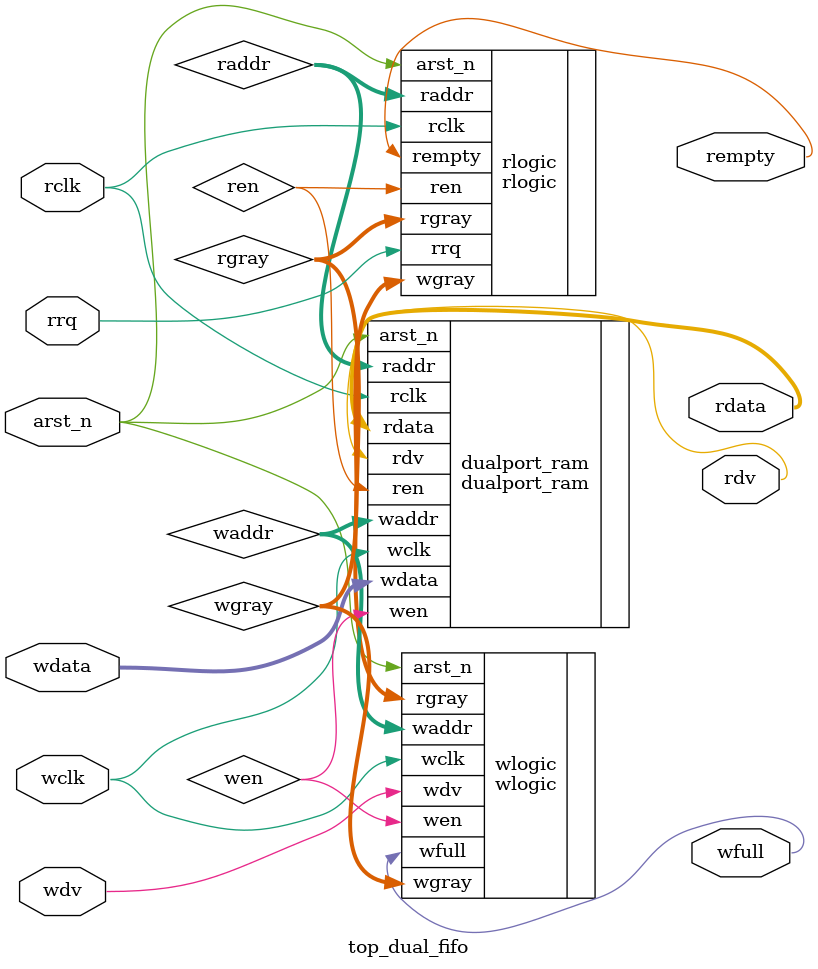
<source format=v>
module top_dual_fifo # ( parameter AWIDTH = 3, parameter DWIDTH = 16 )
    (
        input                   arst_n, // asynchronous reset

        input                   wclk,   // writing circuit's clock
        input                   wdv,    // data valid signal. Writing circuit must assert this signa to have the data registered
        input   [DWIDTH-1:0]    wdata,  // data to be written by the writing circuit
        output                  wfull,  // FIFO full indicator for the writing circuit

        input                   rclk,   // reading circuit's clock
        input                   rrq,    // data request signal. Reading circuit must assert this to indicate that it can accept the data on the data bus
        output  [DWIDTH-1:0]    rdata,  // data to be read by the reading circuit
        output                  rempty, // FIFO empty indicator for the reading circuit
        output                  rdv     // data valid signal. Reading circuit can safely register the data on the data bus
    );


    // internal nets
    wire [AWIDTH:0]     rgray;
    wire [AWIDTH:0]     wgray;
    wire [AWIDTH-1:0]   waddr;
    wire [AWIDTH-1:0]   raddr;
    wire                wen;
    wire                ren;


    // Write logic
    wlogic  #( .AWIDTH(AWIDTH) ) wlogic
                                        (
                                            .wclk       (wclk   ),
                                            .arst_n     (arst_n ),
                                            .wdv        (wdv    ),
                                            .rgray      (rgray  ),
                                            .wgray      (wgray  ),
                                            .waddr      (waddr  ),
                                            .wfull      (wfull  ),
                                            .wen        (wen    )
                                        );

    // Read logic
    rlogic  #( .AWIDTH(AWIDTH) ) rlogic
                                        (
                                            .rclk       (rclk   ),
                                            .arst_n     (arst_n ),
                                            .rrq        (rrq    ),
                                            .wgray      (wgray  ),
                                            .rgray      (rgray  ),
                                            .raddr      (raddr  ),
                                            .rempty     (rempty ),
                                            .ren        (ren    )
                                        );


    // Dual-port block RAM for FIFO buffer
    dualport_ram  #( .AWIDTH(AWIDTH), .DWIDTH(DWIDTH) ) dualport_ram
                                                                    (
                                                                        .arst_n  (arst_n  ),
                                                                        .wclk    (wclk    ),
                                                                        .wen     (wen     ),
                                                                        .waddr   (waddr   ),
                                                                        .wdata   (wdata   ),
                                                                        .rclk    (rclk    ),
                                                                        .raddr   (raddr   ),
                                                                        .rdata   (rdata   ),
                                                                        .ren     (ren     ),
                                                                        .rdv     (rdv     )
                                                                    );


endmodule

</source>
